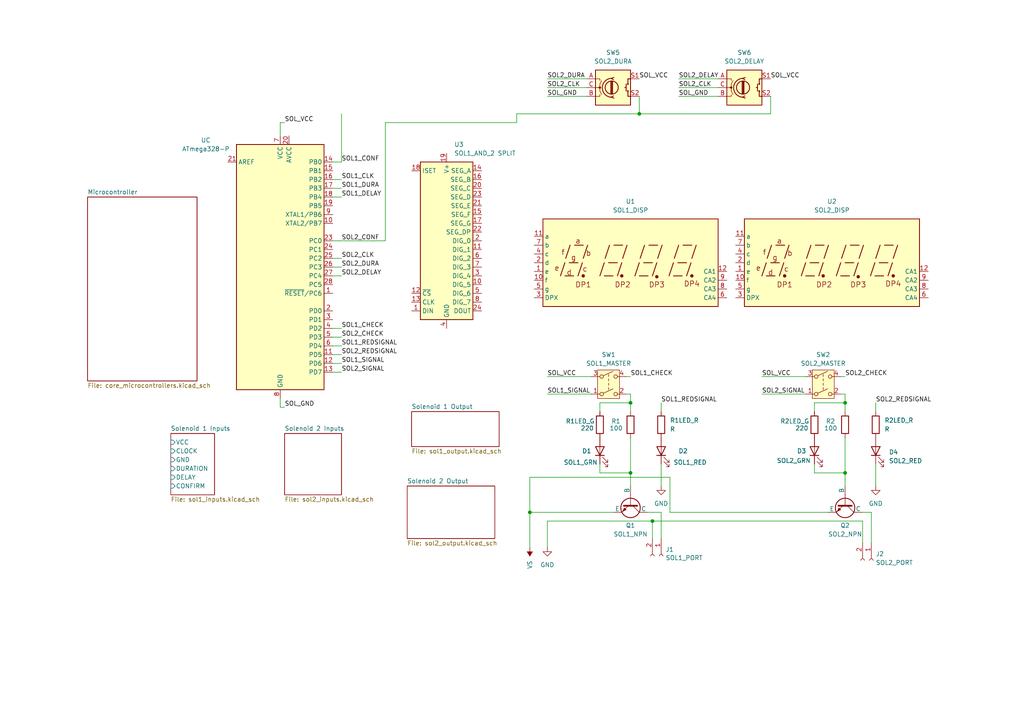
<source format=kicad_sch>
(kicad_sch (version 20231120) (generator "eeschema") (generator_version "8.0")
  (paper "A4")
  (lib_symbols
    (symbol "Connector:Conn_01x02_Socket" (pin_names (offset 1.016) hide)
      (property "Reference" "J" (at 0 2.54 0))
      (property "Value" "Conn_01x02_Socket" (at 0 -5.08 0))
      (symbol "Conn_01x02_Socket_1_1"
        (arc (start 0 -2.032) (mid -0.5058 -2.54) (end 0 -3.048) (stroke (width 0.1524)))
        (polyline (pts (xy -1.27 -2.54) (xy -0.508 -2.54)) (stroke (width 0.1524)))
        (polyline (pts (xy -1.27 0) (xy -0.508 0)) (stroke (width 0.1524)))
        (arc (start 0 0.508) (mid -0.5058 0) (end 0 -0.508) (stroke (width 0.1524)))
        (pin passive line (at -5.08 0 0) (length 3.81) (name "Pin_1") (number "1"))
        (pin passive line (at -5.08 -2.54 0) (length 3.81) (name "Pin_2") (number "2"))
      )
    )
    (symbol "Device:LED" (pin_numbers hide) (pin_names (offset 1.016) hide)
      (property "Reference" "D" (at 0 2.54 0))
      (property "Value" "LED" (at 0 -2.54 0))
      (symbol "LED_0_1"
        (polyline (pts (xy -1.27 -1.27) (xy -1.27 1.27)) (stroke (width 0.254)))
        (polyline (pts (xy -1.27 0) (xy 1.27 0)))
        (polyline (pts (xy 1.27 -1.27) (xy 1.27 1.27) (xy -1.27 0) (xy 1.27 -1.27)) (stroke (width 0.254)))
        (polyline (pts (xy -3.048 -0.762) (xy -4.572 -2.286) (xy -3.81 -2.286) (xy -4.572 -2.286) (xy -4.572 -1.524)))
        (polyline (pts (xy -1.778 -0.762) (xy -3.302 -2.286) (xy -2.54 -2.286) (xy -3.302 -2.286) (xy -3.302 -1.524)))
      )
      (symbol "LED_1_1"
        (pin passive line (at -3.81 0 0) (length 2.54) (name "K") (number "1"))
        (pin passive line (at 3.81 0 180) (length 2.54) (name "A") (number "2"))
      )
    )
    (symbol "Device:R" (pin_numbers hide) (pin_names (offset 0))
      (property "Reference" "R" (at 2.032 0 90))
      (property "Value" "R" (at 0 0 90))
      (symbol "R_0_1"
        (rectangle (start -1.016 -2.54) (end 1.016 2.54) (stroke (width 0.254)))
      )
      (symbol "R_1_1"
        (pin passive line (at 0 3.81 270) (length 1.27) (name "~") (number "1"))
        (pin passive line (at 0 -3.81 90) (length 1.27) (name "~") (number "2"))
      )
    )
    (symbol "Device:RotaryEncoder_Switch" (pin_names (offset 0.254) hide)
      (property "Reference" "SW" (at 0 6.604 0))
      (property "Value" "RotaryEncoder_Switch" (at 0 -6.604 0))
      (symbol "RotaryEncoder_Switch_0_1"
        (rectangle (start -5.08 5.08) (end 5.08 -5.08) (stroke (width 0.254)) (fill (type background)))
        (circle (center -3.81 0) (radius 0.254) (fill (type outline)))
        (circle (center -0.381 0) (radius 1.905) (stroke (width 0.254)))
        (arc (start -0.381 2.667) (mid -3.0988 -0.0635) (end -0.381 -2.794) (stroke (width 0.254)))
        (polyline (pts (xy -0.635 -1.778) (xy -0.635 1.778)) (stroke (width 0.254)))
        (polyline (pts (xy -0.381 -1.778) (xy -0.381 1.778)) (stroke (width 0.254)))
        (polyline (pts (xy -0.127 1.778) (xy -0.127 -1.778)) (stroke (width 0.254)))
        (polyline (pts (xy 3.81 0) (xy 3.429 0)) (stroke (width 0.254)))
        (polyline (pts (xy 3.81 1.016) (xy 3.81 -1.016)) (stroke (width 0.254)))
        (polyline (pts (xy -5.08 -2.54) (xy -3.81 -2.54) (xy -3.81 -2.032)))
        (polyline (pts (xy -5.08 2.54) (xy -3.81 2.54) (xy -3.81 2.032)))
        (polyline (pts (xy 0.254 -3.048) (xy -0.508 -2.794) (xy 0.127 -2.413)) (stroke (width 0.254)))
        (polyline (pts (xy 0.254 2.921) (xy -0.508 2.667) (xy 0.127 2.286)) (stroke (width 0.254)))
        (polyline (pts (xy 5.08 -2.54) (xy 4.318 -2.54) (xy 4.318 -1.016)) (stroke (width 0.254)))
        (polyline (pts (xy 5.08 2.54) (xy 4.318 2.54) (xy 4.318 1.016)) (stroke (width 0.254)))
        (polyline (pts (xy -5.08 0) (xy -3.81 0) (xy -3.81 -1.016) (xy -3.302 -2.032)))
        (polyline (pts (xy -4.318 0) (xy -3.81 0) (xy -3.81 1.016) (xy -3.302 2.032)))
        (circle (center 4.318 -1.016) (radius 0.127) (stroke (width 0.254)))
        (circle (center 4.318 1.016) (radius 0.127) (stroke (width 0.254)))
      )
      (symbol "RotaryEncoder_Switch_1_1"
        (pin passive line (at -7.62 2.54 0) (length 2.54) (name "A") (number "A"))
        (pin passive line (at -7.62 -2.54 0) (length 2.54) (name "B") (number "B"))
        (pin passive line (at -7.62 0 0) (length 2.54) (name "C") (number "C"))
        (pin passive line (at 7.62 2.54 180) (length 2.54) (name "S1") (number "S1"))
        (pin passive line (at 7.62 -2.54 180) (length 2.54) (name "S2") (number "S2"))
      )
    )
    (symbol "Display_Character:CA56-12SRWA"
      (property "Reference" "U" (at -24.13 13.97 0))
      (property "Value" "CA56-12SRWA" (at 17.78 13.97 0))
      (symbol "CA56-12SRWA_0_0"
        (rectangle (start -25.4 12.7) (end 25.4 -12.7) (stroke (width 0.254)) (fill (type background)))
        (polyline (pts (xy -20.32 -3.81) (xy -19.05 0)) (stroke (width 0.254)))
        (polyline (pts (xy -19.05 -3.81) (xy -16.51 -3.81)) (stroke (width 0.254)))
        (polyline (pts (xy -18.796 1.27) (xy -17.526 5.08)) (stroke (width 0.254)))
        (polyline (pts (xy -17.78 0) (xy -15.24 0)) (stroke (width 0.254)))
        (polyline (pts (xy -16.256 5.08) (xy -13.716 5.08)) (stroke (width 0.254)))
        (polyline (pts (xy -15.24 -3.81) (xy -13.97 0)) (stroke (width 0.254)))
        (polyline (pts (xy -13.716 1.27) (xy -12.446 5.08)) (stroke (width 0.254)))
        (polyline (pts (xy -8.89 -3.81) (xy -7.62 0)) (stroke (width 0.254)))
        (polyline (pts (xy -7.62 -3.81) (xy -5.08 -3.81)) (stroke (width 0.254)))
        (polyline (pts (xy -7.366 1.27) (xy -6.096 5.08)) (stroke (width 0.254)))
        (polyline (pts (xy -6.35 0) (xy -3.81 0)) (stroke (width 0.254)))
        (polyline (pts (xy -4.826 5.08) (xy -2.286 5.08)) (stroke (width 0.254)))
        (polyline (pts (xy -3.81 -3.81) (xy -2.54 0)) (stroke (width 0.254)))
        (polyline (pts (xy -2.286 1.27) (xy -1.016 5.08)) (stroke (width 0.254)))
        (polyline (pts (xy 1.27 -3.81) (xy 2.54 0)) (stroke (width 0.254)))
        (polyline (pts (xy 2.54 -3.81) (xy 5.08 -3.81)) (stroke (width 0.254)))
        (polyline (pts (xy 2.794 1.27) (xy 4.064 5.08)) (stroke (width 0.254)))
        (polyline (pts (xy 3.81 0) (xy 6.35 0)) (stroke (width 0.254)))
        (polyline (pts (xy 5.334 5.08) (xy 7.874 5.08)) (stroke (width 0.254)))
        (polyline (pts (xy 6.35 -3.81) (xy 7.62 0)) (stroke (width 0.254)))
        (polyline (pts (xy 7.874 1.27) (xy 9.144 5.08)) (stroke (width 0.254)))
        (polyline (pts (xy 11.176 -3.81) (xy 12.446 0)) (stroke (width 0.254)))
        (polyline (pts (xy 12.446 -3.81) (xy 14.986 -3.81)) (stroke (width 0.254)))
        (polyline (pts (xy 12.7 1.27) (xy 13.97 5.08)) (stroke (width 0.254)))
        (polyline (pts (xy 13.716 0) (xy 16.256 0)) (stroke (width 0.254)))
        (polyline (pts (xy 15.24 5.08) (xy 17.78 5.08)) (stroke (width 0.254)))
        (polyline (pts (xy 16.256 -3.81) (xy 17.526 0)) (stroke (width 0.254)))
        (polyline (pts (xy 17.78 1.27) (xy 19.05 5.08)) (stroke (width 0.254)))
        (text "a" (at -15.24 6.35 0) (effects (font (size 1.524 1.524))))
        (text "b" (at -12.192 2.794 0) (effects (font (size 1.524 1.524))))
        (text "c" (at -13.208 -1.778 0) (effects (font (size 1.524 1.524))))
        (text "d" (at -17.78 -2.794 0) (effects (font (size 1.524 1.524))))
        (text "DP1" (at -13.716 -6.35 0) (effects (font (size 1.524 1.524))))
        (text "DP2" (at -2.286 -6.35 0) (effects (font (size 1.524 1.524))))
        (text "DP3" (at 7.62 -6.35 0) (effects (font (size 1.524 1.524))))
        (text "DP4" (at 17.78 -6.096 0) (effects (font (size 1.524 1.524))))
        (text "e" (at -21.336 -1.524 0) (effects (font (size 1.524 1.524))))
        (text "f" (at -19.558 3.048 0) (effects (font (size 1.524 1.524))))
        (text "g" (at -16.51 1.524 0) (effects (font (size 1.524 1.524))))
      )
      (symbol "CA56-12SRWA_0_1"
        (circle (center -13.716 -3.81) (radius 0.3556) (stroke (width 0.254)) (fill (type outline)))
        (circle (center -2.54 -3.81) (radius 0.3556) (stroke (width 0.254)) (fill (type outline)))
      )
      (symbol "CA56-12SRWA_1_0"
        (circle (center 7.62 -4.064) (radius 0.3556) (stroke (width 0.254)) (fill (type outline)))
        (circle (center 17.78 -3.81) (radius 0.3556) (stroke (width 0.254)) (fill (type outline)))
      )
      (symbol "CA56-12SRWA_1_1"
        (pin input line (at -27.94 -2.54 0) (length 2.54) (name "e") (number "1"))
        (pin input line (at -27.94 -5.08 0) (length 2.54) (name "f") (number "10"))
        (pin input line (at -27.94 7.62 0) (length 2.54) (name "a") (number "11"))
        (pin input line (at 27.94 -2.54 180) (length 2.54) (name "CA1") (number "12"))
        (pin input line (at -27.94 0 0) (length 2.54) (name "d") (number "2"))
        (pin input line (at -27.94 -10.16 0) (length 2.54) (name "DPX") (number "3"))
        (pin input line (at -27.94 2.54 0) (length 2.54) (name "c") (number "4"))
        (pin input line (at -27.94 -7.62 0) (length 2.54) (name "g") (number "5"))
        (pin input line (at 27.94 -10.16 180) (length 2.54) (name "CA4") (number "6"))
        (pin input line (at -27.94 5.08 0) (length 2.54) (name "b") (number "7"))
        (pin input line (at 27.94 -7.62 180) (length 2.54) (name "CA3") (number "8"))
        (pin input line (at 27.94 -5.08 180) (length 2.54) (name "CA2") (number "9"))
      )
    )
    (symbol "Driver_LED:MAX7221xNG"
      (property "Reference" "U" (at -6.35 24.13 0))
      (property "Value" "MAX7221xNG" (at 1.27 25.4 0))
      (symbol "MAX7221xNG_0_1"
        (rectangle (start -7.62 22.86) (end 7.62 -22.86) (stroke (width 0.254)) (fill (type background)))
      )
      (symbol "MAX7221xNG_1_1"
        (pin input line (at -10.16 -20.32 0) (length 2.54) (name "DIN") (number "1"))
        (pin open_collector line (at 10.16 -12.7 180) (length 2.54) (name "DIG_5") (number "10"))
        (pin open_collector line (at 10.16 -2.54 180) (length 2.54) (name "DIG_1") (number "11"))
        (pin input line (at -10.16 -15.24 0) (length 2.54) (name "~{CS}") (number "12"))
        (pin input line (at -10.16 -17.78 0) (length 2.54) (name "CLK") (number "13"))
        (pin open_emitter line (at 10.16 20.32 180) (length 2.54) (name "SEG_A") (number "14"))
        (pin open_emitter line (at 10.16 7.62 180) (length 2.54) (name "SEG_F") (number "15"))
        (pin open_emitter line (at 10.16 17.78 180) (length 2.54) (name "SEG_B") (number "16"))
        (pin open_emitter line (at 10.16 5.08 180) (length 2.54) (name "SEG_G") (number "17"))
        (pin input line (at -10.16 20.32 0) (length 2.54) (name "ISET") (number "18"))
        (pin power_in line (at 0 25.4 270) (length 2.54) (name "V+") (number "19"))
        (pin open_collector line (at 10.16 0 180) (length 2.54) (name "DIG_0") (number "2"))
        (pin open_emitter line (at 10.16 15.24 180) (length 2.54) (name "SEG_C") (number "20"))
        (pin open_emitter line (at 10.16 10.16 180) (length 2.54) (name "SEG_E") (number "21"))
        (pin open_emitter line (at 10.16 2.54 180) (length 2.54) (name "SEG_DP") (number "22"))
        (pin open_emitter line (at 10.16 12.7 180) (length 2.54) (name "SEG_D") (number "23"))
        (pin output line (at 10.16 -20.32 180) (length 2.54) (name "DOUT") (number "24"))
        (pin open_collector line (at 10.16 -10.16 180) (length 2.54) (name "DIG_4") (number "3"))
        (pin power_in line (at 0 -25.4 90) (length 2.54) (name "GND") (number "4"))
        (pin open_collector line (at 10.16 -15.24 180) (length 2.54) (name "DIG_6") (number "5"))
        (pin open_collector line (at 10.16 -5.08 180) (length 2.54) (name "DIG_2") (number "6"))
        (pin open_collector line (at 10.16 -7.62 180) (length 2.54) (name "DIG_3") (number "7"))
        (pin open_collector line (at 10.16 -17.78 180) (length 2.54) (name "DIG_7") (number "8"))
        (pin passive line (at 0 -25.4 90) (length 2.54) hide (name "GND") (number "9"))
      )
    )
    (symbol "MCU_Microchip_ATmega:ATmega328-P"
      (property "Reference" "U" (at -12.7 36.83 0))
      (property "Value" "ATmega328-P" (at 2.54 -36.83 0))
      (symbol "ATmega328-P_0_1"
        (rectangle (start -12.7 -35.56) (end 12.7 35.56) (stroke (width 0.254)) (fill (type background)))
      )
      (symbol "ATmega328-P_1_1"
        (pin bidirectional line (at 15.24 -7.62 180) (length 2.54) (name "~{RESET}/PC6") (number "1"))
        (pin bidirectional line (at 15.24 12.7 180) (length 2.54) (name "XTAL2/PB7") (number "10"))
        (pin bidirectional line (at 15.24 -25.4 180) (length 2.54) (name "PD5") (number "11"))
        (pin bidirectional line (at 15.24 -27.94 180) (length 2.54) (name "PD6") (number "12"))
        (pin bidirectional line (at 15.24 -30.48 180) (length 2.54) (name "PD7") (number "13"))
        (pin bidirectional line (at 15.24 30.48 180) (length 2.54) (name "PB0") (number "14"))
        (pin bidirectional line (at 15.24 27.94 180) (length 2.54) (name "PB1") (number "15"))
        (pin bidirectional line (at 15.24 25.4 180) (length 2.54) (name "PB2") (number "16"))
        (pin bidirectional line (at 15.24 22.86 180) (length 2.54) (name "PB3") (number "17"))
        (pin bidirectional line (at 15.24 20.32 180) (length 2.54) (name "PB4") (number "18"))
        (pin bidirectional line (at 15.24 17.78 180) (length 2.54) (name "PB5") (number "19"))
        (pin bidirectional line (at 15.24 -12.7 180) (length 2.54) (name "PD0") (number "2"))
        (pin power_in line (at 2.54 38.1 270) (length 2.54) (name "AVCC") (number "20"))
        (pin passive line (at -15.24 30.48 0) (length 2.54) (name "AREF") (number "21"))
        (pin passive line (at 0 -38.1 90) (length 2.54) hide (name "GND") (number "22"))
        (pin bidirectional line (at 15.24 7.62 180) (length 2.54) (name "PC0") (number "23"))
        (pin bidirectional line (at 15.24 5.08 180) (length 2.54) (name "PC1") (number "24"))
        (pin bidirectional line (at 15.24 2.54 180) (length 2.54) (name "PC2") (number "25"))
        (pin bidirectional line (at 15.24 0 180) (length 2.54) (name "PC3") (number "26"))
        (pin bidirectional line (at 15.24 -2.54 180) (length 2.54) (name "PC4") (number "27"))
        (pin bidirectional line (at 15.24 -5.08 180) (length 2.54) (name "PC5") (number "28"))
        (pin bidirectional line (at 15.24 -15.24 180) (length 2.54) (name "PD1") (number "3"))
        (pin bidirectional line (at 15.24 -17.78 180) (length 2.54) (name "PD2") (number "4"))
        (pin bidirectional line (at 15.24 -20.32 180) (length 2.54) (name "PD3") (number "5"))
        (pin bidirectional line (at 15.24 -22.86 180) (length 2.54) (name "PD4") (number "6"))
        (pin power_in line (at 0 38.1 270) (length 2.54) (name "VCC") (number "7"))
        (pin power_in line (at 0 -38.1 90) (length 2.54) (name "GND") (number "8"))
        (pin bidirectional line (at 15.24 15.24 180) (length 2.54) (name "XTAL1/PB6") (number "9"))
      )
    )
    (symbol "Simulation_SPICE:NPN" (pin_numbers hide) (pin_names (offset 0))
      (property "Reference" "Q" (at -2.54 7.62 0))
      (property "Value" "NPN" (at -2.54 5.08 0))
      (symbol "NPN_0_1"
        (polyline (pts (xy -2.54 0) (xy 0.635 0)) (stroke (width 0.1524)))
        (polyline (pts (xy 0.635 0.635) (xy 2.54 2.54)))
        (polyline (pts (xy 2.794 -1.27) (xy 2.794 -1.27)) (stroke (width 0.1524)))
        (polyline (pts (xy 2.794 -1.27) (xy 2.794 -1.27)) (stroke (width 0.1524)))
        (polyline (pts (xy 0.635 -0.635) (xy 2.54 -2.54) (xy 2.54 -2.54)))
        (polyline (pts (xy 0.635 1.905) (xy 0.635 -1.905) (xy 0.635 -1.905)) (stroke (width 0.508)))
        (polyline (pts (xy 1.27 -1.778) (xy 1.778 -1.27) (xy 2.286 -2.286) (xy 1.27 -1.778) (xy 1.27 -1.778)) (fill (type outline)))
        (circle (center 1.27 0) (radius 2.8194) (stroke (width 0.254)))
      )
      (symbol "NPN_1_1"
        (pin open_collector line (at 2.54 5.08 270) (length 2.54) (name "C") (number "1"))
        (pin input line (at -5.08 0 0) (length 2.54) (name "B") (number "2"))
        (pin open_emitter line (at 2.54 -5.08 90) (length 2.54) (name "E") (number "3"))
      )
    )
    (symbol "Switch:SW_DPST" (pin_names (offset 0) hide)
      (property "Reference" "SW" (at 0 6.35 0))
      (property "Value" "SW_DPST" (at 0 -5.08 0))
      (symbol "SW_DPST_0_0"
        (circle (center -2.032 -2.54) (radius 0.508))
        (circle (center -2.032 2.54) (radius 0.508))
        (polyline (pts (xy -1.524 -2.286) (xy 1.27 -1.016)))
        (polyline (pts (xy -1.524 2.794) (xy 1.27 4.064)))
        (polyline (pts (xy 0 -1.27) (xy 0 -0.635)))
        (polyline (pts (xy 0 0) (xy 0 0.635)))
        (polyline (pts (xy 0 1.27) (xy 0 1.905)))
        (polyline (pts (xy 0 2.54) (xy 0 3.175)))
        (circle (center 2.032 -2.54) (radius 0.508))
        (circle (center 2.032 2.54) (radius 0.508))
      )
      (symbol "SW_DPST_1_1"
        (rectangle (start -3.175 4.445) (end 3.175 -3.81) (fill (type background)))
        (pin passive line (at -5.08 -2.54 0) (length 2.54) (name "1") (number "1"))
        (pin passive line (at 5.08 -2.54 180) (length 2.54) (name "2") (number "2"))
        (pin passive line (at -5.08 2.54 0) (length 2.54) (name "3") (number "3"))
        (pin passive line (at 5.08 2.54 180) (length 2.54) (name "4") (number "4"))
      )
    )
    (symbol "power:GND" (power) (pin_numbers hide) (pin_names (offset 0) hide)
      (property "Value" "GND" (at 0 -3.81 0))
      (symbol "GND_0_1"
        (polyline (pts (xy 0 0) (xy 0 -1.27) (xy 1.27 -1.27) (xy 0 -2.54) (xy -1.27 -1.27) (xy 0 -1.27)))
      )
      (symbol "GND_1_1"
        (pin power_in line (at 0 0 270) (length 0) (name "~") (number "1"))
      )
    )
    (symbol "power:VS" (power) (pin_numbers hide) (pin_names (offset 0) hide)
      (property "Value" "VS" (at 0 3.556 0))
      (symbol "VS_0_1"
        (polyline (pts (xy 0 0) (xy 0 2.54)))
        (polyline (pts (xy 0.762 1.27) (xy -0.762 1.27) (xy 0 2.54) (xy 0.762 1.27)) (fill (type outline)))
      )
      (symbol "VS_1_1"
        (pin power_in line (at 0 0 90) (length 0) (name "~") (number "1"))
      )
    )
  )
  (junction (at 245.11 116.84))
  (junction (at 245.11 137.16))
  (junction (at 189.23 151.13))
  (junction (at 182.88 137.16))
  (junction (at 185.42 33.02))
  (junction (at 153.67 148.59))
  (junction (at 182.88 116.84))
  (wire (pts (xy 173.99 137.16) (xy 182.88 137.16)))
  (wire (pts (xy 245.11 116.84) (xy 245.11 119.38)))
  (wire (pts (xy 194.31 148.59) (xy 194.31 138.43)))
  (wire (pts (xy 191.77 134.62) (xy 191.77 140.97)))
  (wire (pts (xy 82.55 118.11) (xy 81.28 118.11)))
  (wire (pts (xy 236.22 137.16) (xy 245.11 137.16)))
  (wire (pts (xy 158.75 22.86) (xy 170.18 22.86)))
  (wire (pts (xy 250.19 151.13) (xy 250.19 157.48)))
  (wire (pts (xy 189.23 151.13) (xy 189.23 156.21)))
  (wire (pts (xy 99.06 33.02) (xy 99.06 46.99)))
  (wire (pts (xy 158.75 25.4) (xy 170.18 25.4)))
  (wire (pts (xy 245.11 127) (xy 245.11 137.16)))
  (wire (pts (xy 96.52 69.85) (xy 111.76 69.85)))
  (wire (pts (xy 99.06 100.33) (xy 96.52 100.33)))
  (wire (pts (xy 181.61 114.3) (xy 182.88 114.3)))
  (wire (pts (xy 254 116.84) (xy 254 119.38)))
  (wire (pts (xy 99.06 46.99) (xy 96.52 46.99)))
  (wire (pts (xy 196.85 27.94) (xy 208.28 27.94)))
  (wire (pts (xy 153.67 148.59) (xy 153.67 158.75)))
  (wire (pts (xy 182.88 114.3) (xy 182.88 116.84)))
  (wire (pts (xy 236.22 116.84) (xy 236.22 119.38)))
  (wire (pts (xy 252.73 157.48) (xy 252.73 148.59)))
  (wire (pts (xy 191.77 156.21) (xy 191.77 148.59)))
  (wire (pts (xy 196.85 22.86) (xy 208.28 22.86)))
  (wire (pts (xy 99.06 95.25) (xy 96.52 95.25)))
  (wire (pts (xy 220.98 109.22) (xy 233.68 109.22)))
  (wire (pts (xy 81.28 35.56) (xy 81.28 39.37)))
  (wire (pts (xy 82.55 35.56) (xy 81.28 35.56)))
  (wire (pts (xy 111.76 35.56) (xy 111.76 69.85)))
  (wire (pts (xy 236.22 116.84) (xy 245.11 116.84)))
  (wire (pts (xy 185.42 33.02) (xy 223.52 33.02)))
  (wire (pts (xy 243.84 109.22) (xy 245.11 109.22)))
  (wire (pts (xy 194.31 138.43) (xy 153.67 138.43)))
  (wire (pts (xy 240.03 148.59) (xy 194.31 148.59)))
  (wire (pts (xy 173.99 116.84) (xy 173.99 119.38)))
  (wire (pts (xy 252.73 148.59) (xy 250.19 148.59)))
  (wire (pts (xy 99.06 77.47) (xy 96.52 77.47)))
  (wire (pts (xy 158.75 109.22) (xy 171.45 109.22)))
  (wire (pts (xy 182.88 116.84) (xy 182.88 119.38)))
  (wire (pts (xy 243.84 114.3) (xy 245.11 114.3)))
  (wire (pts (xy 158.75 151.13) (xy 189.23 151.13)))
  (wire (pts (xy 158.75 158.75) (xy 158.75 151.13)))
  (wire (pts (xy 182.88 127) (xy 182.88 137.16)))
  (wire (pts (xy 185.42 27.94) (xy 185.42 33.02)))
  (wire (pts (xy 99.06 80.01) (xy 96.52 80.01)))
  (wire (pts (xy 223.52 27.94) (xy 223.52 33.02)))
  (wire (pts (xy 99.06 57.15) (xy 96.52 57.15)))
  (wire (pts (xy 99.06 107.95) (xy 96.52 107.95)))
  (wire (pts (xy 181.61 109.22) (xy 182.88 109.22)))
  (wire (pts (xy 182.88 116.84) (xy 173.99 116.84)))
  (wire (pts (xy 149.86 35.56) (xy 149.86 33.02)))
  (wire (pts (xy 245.11 137.16) (xy 245.11 140.97)))
  (wire (pts (xy 254 134.62) (xy 254 140.97)))
  (wire (pts (xy 99.06 74.93) (xy 96.52 74.93)))
  (wire (pts (xy 191.77 148.59) (xy 187.96 148.59)))
  (wire (pts (xy 245.11 114.3) (xy 245.11 116.84)))
  (wire (pts (xy 196.85 25.4) (xy 208.28 25.4)))
  (wire (pts (xy 99.06 105.41) (xy 96.52 105.41)))
  (wire (pts (xy 81.28 118.11) (xy 81.28 115.57)))
  (wire (pts (xy 189.23 151.13) (xy 250.19 151.13)))
  (wire (pts (xy 149.86 35.56) (xy 111.76 35.56)))
  (wire (pts (xy 220.98 114.3) (xy 233.68 114.3)))
  (wire (pts (xy 236.22 134.62) (xy 236.22 137.16)))
  (wire (pts (xy 177.8 148.59) (xy 153.67 148.59)))
  (wire (pts (xy 158.75 114.3) (xy 171.45 114.3)))
  (wire (pts (xy 149.86 33.02) (xy 185.42 33.02)))
  (wire (pts (xy 99.06 54.61) (xy 96.52 54.61)))
  (wire (pts (xy 191.77 116.84) (xy 191.77 119.38)))
  (wire (pts (xy 158.75 27.94) (xy 170.18 27.94)))
  (wire (pts (xy 182.88 137.16) (xy 182.88 140.97)))
  (wire (pts (xy 173.99 134.62) (xy 173.99 137.16)))
  (wire (pts (xy 99.06 102.87) (xy 96.52 102.87)))
  (wire (pts (xy 99.06 97.79) (xy 96.52 97.79)))
  (wire (pts (xy 99.06 52.07) (xy 96.52 52.07)))
  (wire (pts (xy 153.67 138.43) (xy 153.67 148.59)))
  (label "SOL_VCC" (at 220.98 109.22 0))
  (label "SOL1_DELAY" (at 99.06 57.15 0))
  (label "SOL2_DELAY" (at 196.85 22.86 0))
  (label "SOL2_CONF" (at 99.06 69.85 0))
  (label "SOL2_SIGNAL" (at 99.06 107.95 0))
  (label "SOL_GND" (at 196.85 27.94 0))
  (label "SOL_VCC" (at 185.42 22.86 0))
  (label "SOL2_CLK" (at 196.85 25.4 0))
  (label "SOL2_DURA" (at 158.75 22.86 0))
  (label "SOL1_CLK" (at 99.06 52.07 0))
  (label "SOL1_CONF" (at 99.06 46.99 0))
  (label "SOL1_SIGNAL" (at 99.06 105.41 0))
  (label "SOL_GND" (at 158.75 27.94 0))
  (label "SOL2_CLK" (at 158.75 25.4 0))
  (label "SOL1_DURA" (at 99.06 54.61 0))
  (label "SOL_VCC" (at 223.52 22.86 0))
  (label "SOL2_REDSIGNAL" (at 254 116.84 0))
  (label "SOL2_CHECK" (at 99.06 97.79 0))
  (label "SOL1_SIGNAL" (at 158.75 114.3 0))
  (label "SOL2_DURA" (at 99.06 77.47 0))
  (label "SOL_GND" (at 82.55 118.11 0))
  (label "SOL1_REDSIGNAL" (at 99.06 100.33 0))
  (label "SOL2_SIGNAL" (at 220.98 114.3 0))
  (label "SOL_VCC" (at 82.55 35.56 0))
  (label "SOL1_REDSIGNAL" (at 191.77 116.84 0))
  (label "SOL1_CHECK" (at 99.06 95.25 0))
  (label "SOL2_DELAY" (at 99.06 80.01 0))
  (label "SOL1_CHECK" (at 182.88 109.22 0))
  (label "SOL2_REDSIGNAL" (at 99.06 102.87 0))
  (label "SOL_VCC" (at 158.75 109.22 0))
  (label "SOL2_CHECK" (at 245.11 109.22 0))
  (label "SOL2_CLK" (at 99.06 74.93 0))
  (symbol (lib_id "Simulation_SPICE:NPN") (at 245.11 146.05 270) (unit 1)
    (property "Reference" "Q2" (at 245.11 152.4 90))
    (property "Value" "SOL2_NPN" (at 245.11 154.94 90))
    (property "Datasheet" "https://ngspice.sourceforge.io/docs/ngspice-html-manual/manual.xhtml#cha_BJTs" (effects (hide yes)))
    (property "Description" "Bipolar transistor symbol for simulation only, substrate tied to the emitter" (effects (hide yes)))
    (property "Sim.Device" "NPN" (effects (hide yes)))
    (property "Sim.Type" "GUMMELPOON" (effects (hide yes)))
    (property "Sim.Pins" "1=C 2=B 3=E" (effects (hide yes)))
  )
  (symbol (lib_id "Device:LED") (at 236.22 130.81 90) (unit 1)
    (property "Reference" "D3" (at 231.14 130.81 90) (effects (justify right)))
    (property "Value" "SOL2_GRN" (at 225.298 133.604 90) (effects (justify right)))
    (property "Description" "Light emitting diode" (effects (hide yes)))
  )
  (symbol (lib_id "Device:R") (at 245.11 123.19 0) (unit 1)
    (property "Reference" "R2" (at 239.522 122.174 0) (effects (justify left)))
    (property "Value" "100" (at 239.014 124.206 0) (effects (justify left)))
    (property "Description" "Resistor" (effects (hide yes)))
  )
  (symbol (lib_id "power:VS") (at 153.67 158.75 180) (unit 1)
    (property "Reference" "#PWR01" (effects (hide yes)))
    (property "Value" "VS" (at 153.6701 162.56 90) (effects (justify left)))
    (property "Description" "Power symbol creates a global label with name \"VS\"" (effects (hide yes)))
  )
  (symbol (lib_id "Device:R") (at 182.88 123.19 0) (unit 1)
    (property "Reference" "R1" (at 177.292 122.174 0) (effects (justify left)))
    (property "Value" "100" (at 176.784 124.206 0) (effects (justify left)))
    (property "Description" "Resistor" (effects (hide yes)))
  )
  (symbol (lib_id "Device:R") (at 191.77 123.19 0) (unit 1)
    (property "Reference" "R1LED_R" (at 194.31 121.9199 0) (effects (justify left)))
    (property "Value" "R" (at 194.31 124.4599 0) (effects (justify left)))
    (property "Description" "Resistor" (effects (hide yes)))
  )
  (symbol (lib_id "Device:R") (at 173.99 123.19 0) (unit 1)
    (property "Reference" "R1LED_G" (at 164.084 122.174 0) (effects (justify left)))
    (property "Value" "220" (at 168.402 124.206 0) (effects (justify left)))
    (property "Description" "Resistor" (effects (hide yes)))
  )
  (symbol (lib_id "Display_Character:CA56-12SRWA") (at 241.3 76.2 0) (unit 1)
    (property "Reference" "U2" (at 241.3 58.42 0))
    (property "Value" "SOL2_DISP" (at 241.3 60.96 0))
    (property "Footprint" "Display_7Segment:CA56-12SRWA" (effects (hide yes)))
    (property "Datasheet" "http://www.kingbrightusa.com/images/catalog/SPEC/CA56-12SRWA.pdf" (effects (hide yes)))
    (property "Description" "4 digit 7 segment super bright red LED, common anode" (effects (hide yes)))
  )
  (symbol (lib_id "Driver_LED:MAX7221xNG") (at 129.54 69.85 0) (unit 1)
    (property "Reference" "U3" (at 131.7341 41.91 0) (effects (justify left)))
    (property "Value" "SOL1_AND_2 SPLIT" (at 131.7341 44.45 0) (effects (justify left)))
    (property "Footprint" "Package_DIP:DIP-24_W7.62mm" (effects (hide yes)))
    (property "Datasheet" "https://datasheets.maximintegrated.com/en/ds/MAX7219-MAX7221.pdf" (effects (hide yes)))
    (property "Description" "Serially Interfaced, 8-Digit LED Display Driver, PDIP-24" (effects (hide yes)))
  )
  (symbol (lib_id "Switch:SW_DPST") (at 238.76 111.76 0) (unit 1)
    (property "Reference" "SW2" (at 238.76 102.87 0))
    (property "Value" "SOL2_MASTER" (at 238.76 105.41 0))
    (property "Description" "Double Pole Single Throw (DPST) Switch" (effects (hide yes)))
  )
  (symbol (lib_id "Switch:SW_DPST") (at 176.53 111.76 0) (unit 1)
    (property "Reference" "SW1" (at 176.53 102.87 0))
    (property "Value" "SOL1_MASTER" (at 176.53 105.41 0))
    (property "Description" "Double Pole Single Throw (DPST) Switch" (effects (hide yes)))
  )
  (symbol (lib_id "Device:LED") (at 254 130.81 90) (unit 1)
    (property "Reference" "D4" (at 257.81 131.1274 90) (effects (justify right)))
    (property "Value" "SOL2_RED" (at 257.81 133.6674 90) (effects (justify right)))
    (property "Description" "Light emitting diode" (effects (hide yes)))
  )
  (symbol (lib_id "Connector:Conn_01x02_Socket") (at 252.73 162.56 270) (unit 1)
    (property "Reference" "J2" (at 254 160.6549 90) (effects (justify left)))
    (property "Value" "SOL2_PORT" (at 254 163.1949 90) (effects (justify left)))
    (property "Description" "Generic connector, single row, 01x02, script generated" (effects (hide yes)))
  )
  (symbol (lib_id "Device:R") (at 236.22 123.19 0) (unit 1)
    (property "Reference" "R2LED_G" (at 226.314 122.174 0) (effects (justify left)))
    (property "Value" "220" (at 230.632 124.206 0) (effects (justify left)))
    (property "Description" "Resistor" (effects (hide yes)))
  )
  (symbol (lib_id "Device:RotaryEncoder_Switch") (at 215.9 25.4 0) (unit 1)
    (property "Reference" "SW6" (at 215.9 15.24 0))
    (property "Value" "SOL2_DELAY" (at 215.9 17.78 0))
    (property "Description" "Rotary encoder, dual channel, incremental quadrate outputs, with switch" (effects (hide yes)))
  )
  (symbol (lib_id "Device:LED") (at 191.77 130.81 90) (unit 1)
    (property "Reference" "D2" (at 198.12 130.81 90))
    (property "Value" "SOL1_RED" (at 200.152 134.112 90))
    (property "Description" "Light emitting diode" (effects (hide yes)))
  )
  (symbol (lib_id "Device:R") (at 254 123.19 0) (unit 1)
    (property "Reference" "R2LED_R" (at 256.54 121.9199 0) (effects (justify left)))
    (property "Value" "R" (at 256.54 124.4599 0) (effects (justify left)))
    (property "Description" "Resistor" (effects (hide yes)))
  )
  (symbol (lib_id "power:GND") (at 191.77 140.97 0) (unit 1)
    (property "Reference" "#PWR03" (effects (hide yes)))
    (property "Value" "GND" (at 191.77 146.05 0))
    (property "Description" "Power symbol creates a global label with name \"GND\" , ground" (effects (hide yes)))
  )
  (symbol (lib_id "Connector:Conn_01x02_Socket") (at 191.77 161.29 270) (unit 1)
    (property "Reference" "J1" (at 193.04 159.3849 90) (effects (justify left)))
    (property "Value" "SOL1_PORT" (at 193.04 161.798 90) (effects (justify left)))
    (property "Description" "Generic connector, single row, 01x02, script generated" (effects (hide yes)))
  )
  (symbol (lib_id "Display_Character:CA56-12SRWA") (at 182.88 76.2 0) (unit 1)
    (property "Reference" "U1" (at 182.88 58.42 0))
    (property "Value" "SOL1_DISP" (at 182.88 60.96 0))
    (property "Footprint" "Display_7Segment:CA56-12SRWA" (effects (hide yes)))
    (property "Datasheet" "http://www.kingbrightusa.com/images/catalog/SPEC/CA56-12SRWA.pdf" (effects (hide yes)))
    (property "Description" "4 digit 7 segment super bright red LED, common anode" (effects (hide yes)))
  )
  (symbol (lib_id "power:GND") (at 158.75 158.75 0) (unit 1)
    (property "Reference" "#PWR02" (effects (hide yes)))
    (property "Value" "GND" (at 158.75 163.83 0))
    (property "Description" "Power symbol creates a global label with name \"GND\" , ground" (effects (hide yes)))
  )
  (symbol (lib_id "Device:RotaryEncoder_Switch") (at 177.8 25.4 0) (unit 1)
    (property "Reference" "SW5" (at 177.8 15.24 0))
    (property "Value" "SOL2_DURA" (at 177.8 17.78 0))
    (property "Description" "Rotary encoder, dual channel, incremental quadrate outputs, with switch" (effects (hide yes)))
  )
  (symbol (lib_id "power:GND") (at 254 140.97 0) (unit 1)
    (property "Reference" "#PWR04" (effects (hide yes)))
    (property "Value" "GND" (at 254 146.05 0))
    (property "Description" "Power symbol creates a global label with name \"GND\" , ground" (effects (hide yes)))
  )
  (symbol (lib_id "Device:LED") (at 173.99 130.81 90) (unit 1)
    (property "Reference" "D1" (at 170.18 130.81 90))
    (property "Value" "SOL1_GRN" (at 168.402 134.112 90))
    (property "Description" "Light emitting diode" (effects (hide yes)))
  )
  (symbol (lib_id "Simulation_SPICE:NPN") (at 182.88 146.05 270) (unit 1)
    (property "Reference" "Q1" (at 182.88 152.4 90))
    (property "Value" "SOL1_NPN" (at 182.88 154.94 90))
    (property "Datasheet" "https://ngspice.sourceforge.io/docs/ngspice-html-manual/manual.xhtml#cha_BJTs" (effects (hide yes)))
    (property "Description" "Bipolar transistor symbol for simulation only, substrate tied to the emitter" (effects (hide yes)))
    (property "Sim.Device" "NPN" (effects (hide yes)))
    (property "Sim.Type" "GUMMELPOON" (effects (hide yes)))
    (property "Sim.Pins" "1=C 2=B 3=E" (effects (hide yes)))
  )
  (symbol (lib_id "MCU_Microchip_ATmega:ATmega328-P") (at 81.28 77.47 0) (unit 1)
    (property "Reference" "UC" (at 59.69 40.6714 0))
    (property "Value" "ATmega328-P" (at 59.69 43.2114 0))
    (property "Footprint" "Package_DIP:DIP-28_W7.62mm" (effects (hide yes)))
    (property "Datasheet" "http://ww1.microchip.com/downloads/en/DeviceDoc/ATmega328_P%20AVR%20MCU%20with%20picoPower%20Technology%20Data%20Sheet%2040001984A.pdf" (effects (hide yes)))
    (property "Description" "20MHz, 32kB Flash, 2kB SRAM, 1kB EEPROM, DIP-28" (effects (hide yes)))
  )
  (sheet (at 25.4 57.15) (size 31.75 53.34) (stroke (width 0.1524))
    (property "Sheetname" "Microcontroller" (at 25.4 56.4384 0) (effects (justify left bottom)))
    (property "Sheetfile" "core_microcontrollers.kicad_sch" (at 25.4 111.0746 0) (effects (justify left top)))
  )
  (sheet (at 118.11 140.97) (size 25.4 15.24) (stroke (width 0.1524))
    (property "Sheetname" "Solenoid 2 Output" (at 118.11 140.2584 0) (effects (justify left bottom)))
    (property "Sheetfile" "sol2_output.kicad_sch" (at 118.11 156.7946 0) (effects (justify left top)))
  )
  (sheet (at 49.53 125.73) (size 12.7 17.78) (stroke (width 0.1524))
    (property "Sheetname" "Solenoid 1 Inputs" (at 49.53 125.0184 0) (effects (justify left bottom)))
    (property "Sheetfile" "sol1_inputs.kicad_sch" (at 49.53 144.0946 0) (effects (justify left top)))
    (pin "DURATION" input (at 49.53 135.89 180))
    (pin "GND" input (at 49.53 133.35 180))
    (pin "VCC" input (at 49.53 128.27 180))
    (pin "CLOCK" input (at 49.53 130.81 180))
    (pin "CONFIRM" input (at 49.53 140.97 180))
    (pin "DELAY" input (at 49.53 138.43 180))
  )
  (sheet (at 119.38 119.38) (size 25.4 10.16) (stroke (width 0.1524))
    (property "Sheetname" "Solenoid 1 Output" (at 119.38 118.6684 0) (effects (justify left bottom)))
    (property "Sheetfile" "sol1_output.kicad_sch" (at 119.38 130.1246 0) (effects (justify left top)))
  )
  (sheet (at 82.55 125.73) (size 16.51 17.78) (stroke (width 0.1524))
    (property "Sheetname" "Solenoid 2 Inputs" (at 82.55 125.0184 0) (effects (justify left bottom)))
    (property "Sheetfile" "sol2_inputs.kicad_sch" (at 82.55 144.0946 0) (effects (justify left top)))
  )
)
</source>
